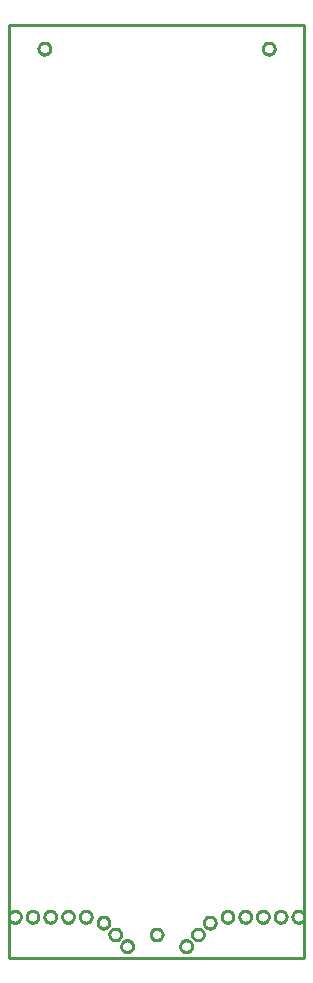
<source format=gbr>
G04 EAGLE Gerber RS-274X export*
G75*
%MOMM*%
%FSLAX34Y34*%
%LPD*%
%IN*%
%IPPOS*%
%AMOC8*
5,1,8,0,0,1.08239X$1,22.5*%
G01*
%ADD10C,0.254000*%


D10*
X0Y0D02*
X250000Y0D01*
X250000Y790000D01*
X0Y790000D01*
X0Y0D01*
X35000Y769719D02*
X34937Y769161D01*
X34812Y768614D01*
X34627Y768084D01*
X34383Y767578D01*
X34084Y767102D01*
X33734Y766663D01*
X33337Y766266D01*
X32898Y765916D01*
X32422Y765617D01*
X31916Y765373D01*
X31386Y765188D01*
X30839Y765063D01*
X30281Y765000D01*
X29719Y765000D01*
X29161Y765063D01*
X28614Y765188D01*
X28084Y765373D01*
X27578Y765617D01*
X27102Y765916D01*
X26663Y766266D01*
X26266Y766663D01*
X25916Y767102D01*
X25617Y767578D01*
X25373Y768084D01*
X25188Y768614D01*
X25063Y769161D01*
X25000Y769719D01*
X25000Y770281D01*
X25063Y770839D01*
X25188Y771386D01*
X25373Y771916D01*
X25617Y772422D01*
X25916Y772898D01*
X26266Y773337D01*
X26663Y773734D01*
X27102Y774084D01*
X27578Y774383D01*
X28084Y774627D01*
X28614Y774812D01*
X29161Y774937D01*
X29719Y775000D01*
X30281Y775000D01*
X30839Y774937D01*
X31386Y774812D01*
X31916Y774627D01*
X32422Y774383D01*
X32898Y774084D01*
X33337Y773734D01*
X33734Y773337D01*
X34084Y772898D01*
X34383Y772422D01*
X34627Y771916D01*
X34812Y771386D01*
X34937Y770839D01*
X35000Y770281D01*
X35000Y769719D01*
X225000Y769719D02*
X224937Y769161D01*
X224812Y768614D01*
X224627Y768084D01*
X224383Y767578D01*
X224084Y767102D01*
X223734Y766663D01*
X223337Y766266D01*
X222898Y765916D01*
X222422Y765617D01*
X221916Y765373D01*
X221386Y765188D01*
X220839Y765063D01*
X220281Y765000D01*
X219719Y765000D01*
X219161Y765063D01*
X218614Y765188D01*
X218084Y765373D01*
X217578Y765617D01*
X217102Y765916D01*
X216663Y766266D01*
X216266Y766663D01*
X215916Y767102D01*
X215617Y767578D01*
X215373Y768084D01*
X215188Y768614D01*
X215063Y769161D01*
X215000Y769719D01*
X215000Y770281D01*
X215063Y770839D01*
X215188Y771386D01*
X215373Y771916D01*
X215617Y772422D01*
X215916Y772898D01*
X216266Y773337D01*
X216663Y773734D01*
X217102Y774084D01*
X217578Y774383D01*
X218084Y774627D01*
X218614Y774812D01*
X219161Y774937D01*
X219719Y775000D01*
X220281Y775000D01*
X220839Y774937D01*
X221386Y774812D01*
X221916Y774627D01*
X222422Y774383D01*
X222898Y774084D01*
X223337Y773734D01*
X223734Y773337D01*
X224084Y772898D01*
X224383Y772422D01*
X224627Y771916D01*
X224812Y771386D01*
X224937Y770839D01*
X225000Y770281D01*
X225000Y769719D01*
X130000Y19719D02*
X129937Y19161D01*
X129812Y18614D01*
X129627Y18084D01*
X129383Y17578D01*
X129084Y17102D01*
X128734Y16663D01*
X128337Y16266D01*
X127898Y15916D01*
X127422Y15617D01*
X126916Y15373D01*
X126386Y15188D01*
X125839Y15063D01*
X125281Y15000D01*
X124719Y15000D01*
X124161Y15063D01*
X123614Y15188D01*
X123084Y15373D01*
X122578Y15617D01*
X122102Y15916D01*
X121663Y16266D01*
X121266Y16663D01*
X120916Y17102D01*
X120617Y17578D01*
X120373Y18084D01*
X120188Y18614D01*
X120063Y19161D01*
X120000Y19719D01*
X120000Y20281D01*
X120063Y20839D01*
X120188Y21386D01*
X120373Y21916D01*
X120617Y22422D01*
X120916Y22898D01*
X121266Y23337D01*
X121663Y23734D01*
X122102Y24084D01*
X122578Y24383D01*
X123084Y24627D01*
X123614Y24812D01*
X124161Y24937D01*
X124719Y25000D01*
X125281Y25000D01*
X125839Y24937D01*
X126386Y24812D01*
X126916Y24627D01*
X127422Y24383D01*
X127898Y24084D01*
X128337Y23734D01*
X128734Y23337D01*
X129084Y22898D01*
X129383Y22422D01*
X129627Y21916D01*
X129812Y21386D01*
X129937Y20839D01*
X130000Y20281D01*
X130000Y19719D01*
X10000Y34719D02*
X9937Y34161D01*
X9812Y33614D01*
X9627Y33084D01*
X9383Y32578D01*
X9084Y32102D01*
X8734Y31663D01*
X8337Y31266D01*
X7898Y30916D01*
X7422Y30617D01*
X6916Y30373D01*
X6386Y30188D01*
X5839Y30063D01*
X5281Y30000D01*
X4719Y30000D01*
X4161Y30063D01*
X3614Y30188D01*
X3084Y30373D01*
X2578Y30617D01*
X2102Y30916D01*
X1663Y31266D01*
X1266Y31663D01*
X916Y32102D01*
X617Y32578D01*
X373Y33084D01*
X188Y33614D01*
X63Y34161D01*
X0Y34719D01*
X0Y35281D01*
X63Y35839D01*
X188Y36386D01*
X373Y36916D01*
X617Y37422D01*
X916Y37898D01*
X1266Y38337D01*
X1663Y38734D01*
X2102Y39084D01*
X2578Y39383D01*
X3084Y39627D01*
X3614Y39812D01*
X4161Y39937D01*
X4719Y40000D01*
X5281Y40000D01*
X5839Y39937D01*
X6386Y39812D01*
X6916Y39627D01*
X7422Y39383D01*
X7898Y39084D01*
X8337Y38734D01*
X8734Y38337D01*
X9084Y37898D01*
X9383Y37422D01*
X9627Y36916D01*
X9812Y36386D01*
X9937Y35839D01*
X10000Y35281D01*
X10000Y34719D01*
X25000Y34719D02*
X24937Y34161D01*
X24812Y33614D01*
X24627Y33084D01*
X24383Y32578D01*
X24084Y32102D01*
X23734Y31663D01*
X23337Y31266D01*
X22898Y30916D01*
X22422Y30617D01*
X21916Y30373D01*
X21386Y30188D01*
X20839Y30063D01*
X20281Y30000D01*
X19719Y30000D01*
X19161Y30063D01*
X18614Y30188D01*
X18084Y30373D01*
X17578Y30617D01*
X17102Y30916D01*
X16663Y31266D01*
X16266Y31663D01*
X15916Y32102D01*
X15617Y32578D01*
X15373Y33084D01*
X15188Y33614D01*
X15063Y34161D01*
X15000Y34719D01*
X15000Y35281D01*
X15063Y35839D01*
X15188Y36386D01*
X15373Y36916D01*
X15617Y37422D01*
X15916Y37898D01*
X16266Y38337D01*
X16663Y38734D01*
X17102Y39084D01*
X17578Y39383D01*
X18084Y39627D01*
X18614Y39812D01*
X19161Y39937D01*
X19719Y40000D01*
X20281Y40000D01*
X20839Y39937D01*
X21386Y39812D01*
X21916Y39627D01*
X22422Y39383D01*
X22898Y39084D01*
X23337Y38734D01*
X23734Y38337D01*
X24084Y37898D01*
X24383Y37422D01*
X24627Y36916D01*
X24812Y36386D01*
X24937Y35839D01*
X25000Y35281D01*
X25000Y34719D01*
X40000Y34719D02*
X39937Y34161D01*
X39812Y33614D01*
X39627Y33084D01*
X39383Y32578D01*
X39084Y32102D01*
X38734Y31663D01*
X38337Y31266D01*
X37898Y30916D01*
X37422Y30617D01*
X36916Y30373D01*
X36386Y30188D01*
X35839Y30063D01*
X35281Y30000D01*
X34719Y30000D01*
X34161Y30063D01*
X33614Y30188D01*
X33084Y30373D01*
X32578Y30617D01*
X32102Y30916D01*
X31663Y31266D01*
X31266Y31663D01*
X30916Y32102D01*
X30617Y32578D01*
X30373Y33084D01*
X30188Y33614D01*
X30063Y34161D01*
X30000Y34719D01*
X30000Y35281D01*
X30063Y35839D01*
X30188Y36386D01*
X30373Y36916D01*
X30617Y37422D01*
X30916Y37898D01*
X31266Y38337D01*
X31663Y38734D01*
X32102Y39084D01*
X32578Y39383D01*
X33084Y39627D01*
X33614Y39812D01*
X34161Y39937D01*
X34719Y40000D01*
X35281Y40000D01*
X35839Y39937D01*
X36386Y39812D01*
X36916Y39627D01*
X37422Y39383D01*
X37898Y39084D01*
X38337Y38734D01*
X38734Y38337D01*
X39084Y37898D01*
X39383Y37422D01*
X39627Y36916D01*
X39812Y36386D01*
X39937Y35839D01*
X40000Y35281D01*
X40000Y34719D01*
X55000Y34719D02*
X54937Y34161D01*
X54812Y33614D01*
X54627Y33084D01*
X54383Y32578D01*
X54084Y32102D01*
X53734Y31663D01*
X53337Y31266D01*
X52898Y30916D01*
X52422Y30617D01*
X51916Y30373D01*
X51386Y30188D01*
X50839Y30063D01*
X50281Y30000D01*
X49719Y30000D01*
X49161Y30063D01*
X48614Y30188D01*
X48084Y30373D01*
X47578Y30617D01*
X47102Y30916D01*
X46663Y31266D01*
X46266Y31663D01*
X45916Y32102D01*
X45617Y32578D01*
X45373Y33084D01*
X45188Y33614D01*
X45063Y34161D01*
X45000Y34719D01*
X45000Y35281D01*
X45063Y35839D01*
X45188Y36386D01*
X45373Y36916D01*
X45617Y37422D01*
X45916Y37898D01*
X46266Y38337D01*
X46663Y38734D01*
X47102Y39084D01*
X47578Y39383D01*
X48084Y39627D01*
X48614Y39812D01*
X49161Y39937D01*
X49719Y40000D01*
X50281Y40000D01*
X50839Y39937D01*
X51386Y39812D01*
X51916Y39627D01*
X52422Y39383D01*
X52898Y39084D01*
X53337Y38734D01*
X53734Y38337D01*
X54084Y37898D01*
X54383Y37422D01*
X54627Y36916D01*
X54812Y36386D01*
X54937Y35839D01*
X55000Y35281D01*
X55000Y34719D01*
X70000Y34719D02*
X69937Y34161D01*
X69812Y33614D01*
X69627Y33084D01*
X69383Y32578D01*
X69084Y32102D01*
X68734Y31663D01*
X68337Y31266D01*
X67898Y30916D01*
X67422Y30617D01*
X66916Y30373D01*
X66386Y30188D01*
X65839Y30063D01*
X65281Y30000D01*
X64719Y30000D01*
X64161Y30063D01*
X63614Y30188D01*
X63084Y30373D01*
X62578Y30617D01*
X62102Y30916D01*
X61663Y31266D01*
X61266Y31663D01*
X60916Y32102D01*
X60617Y32578D01*
X60373Y33084D01*
X60188Y33614D01*
X60063Y34161D01*
X60000Y34719D01*
X60000Y35281D01*
X60063Y35839D01*
X60188Y36386D01*
X60373Y36916D01*
X60617Y37422D01*
X60916Y37898D01*
X61266Y38337D01*
X61663Y38734D01*
X62102Y39084D01*
X62578Y39383D01*
X63084Y39627D01*
X63614Y39812D01*
X64161Y39937D01*
X64719Y40000D01*
X65281Y40000D01*
X65839Y39937D01*
X66386Y39812D01*
X66916Y39627D01*
X67422Y39383D01*
X67898Y39084D01*
X68337Y38734D01*
X68734Y38337D01*
X69084Y37898D01*
X69383Y37422D01*
X69627Y36916D01*
X69812Y36386D01*
X69937Y35839D01*
X70000Y35281D01*
X70000Y34719D01*
X85000Y29719D02*
X84937Y29161D01*
X84812Y28614D01*
X84627Y28084D01*
X84383Y27578D01*
X84084Y27102D01*
X83734Y26663D01*
X83337Y26266D01*
X82898Y25916D01*
X82422Y25617D01*
X81916Y25373D01*
X81386Y25188D01*
X80839Y25063D01*
X80281Y25000D01*
X79719Y25000D01*
X79161Y25063D01*
X78614Y25188D01*
X78084Y25373D01*
X77578Y25617D01*
X77102Y25916D01*
X76663Y26266D01*
X76266Y26663D01*
X75916Y27102D01*
X75617Y27578D01*
X75373Y28084D01*
X75188Y28614D01*
X75063Y29161D01*
X75000Y29719D01*
X75000Y30281D01*
X75063Y30839D01*
X75188Y31386D01*
X75373Y31916D01*
X75617Y32422D01*
X75916Y32898D01*
X76266Y33337D01*
X76663Y33734D01*
X77102Y34084D01*
X77578Y34383D01*
X78084Y34627D01*
X78614Y34812D01*
X79161Y34937D01*
X79719Y35000D01*
X80281Y35000D01*
X80839Y34937D01*
X81386Y34812D01*
X81916Y34627D01*
X82422Y34383D01*
X82898Y34084D01*
X83337Y33734D01*
X83734Y33337D01*
X84084Y32898D01*
X84383Y32422D01*
X84627Y31916D01*
X84812Y31386D01*
X84937Y30839D01*
X85000Y30281D01*
X85000Y29719D01*
X95000Y19719D02*
X94937Y19161D01*
X94812Y18614D01*
X94627Y18084D01*
X94383Y17578D01*
X94084Y17102D01*
X93734Y16663D01*
X93337Y16266D01*
X92898Y15916D01*
X92422Y15617D01*
X91916Y15373D01*
X91386Y15188D01*
X90839Y15063D01*
X90281Y15000D01*
X89719Y15000D01*
X89161Y15063D01*
X88614Y15188D01*
X88084Y15373D01*
X87578Y15617D01*
X87102Y15916D01*
X86663Y16266D01*
X86266Y16663D01*
X85916Y17102D01*
X85617Y17578D01*
X85373Y18084D01*
X85188Y18614D01*
X85063Y19161D01*
X85000Y19719D01*
X85000Y20281D01*
X85063Y20839D01*
X85188Y21386D01*
X85373Y21916D01*
X85617Y22422D01*
X85916Y22898D01*
X86266Y23337D01*
X86663Y23734D01*
X87102Y24084D01*
X87578Y24383D01*
X88084Y24627D01*
X88614Y24812D01*
X89161Y24937D01*
X89719Y25000D01*
X90281Y25000D01*
X90839Y24937D01*
X91386Y24812D01*
X91916Y24627D01*
X92422Y24383D01*
X92898Y24084D01*
X93337Y23734D01*
X93734Y23337D01*
X94084Y22898D01*
X94383Y22422D01*
X94627Y21916D01*
X94812Y21386D01*
X94937Y20839D01*
X95000Y20281D01*
X95000Y19719D01*
X105000Y9719D02*
X104937Y9161D01*
X104812Y8614D01*
X104627Y8084D01*
X104383Y7578D01*
X104084Y7102D01*
X103734Y6663D01*
X103337Y6266D01*
X102898Y5916D01*
X102422Y5617D01*
X101916Y5373D01*
X101386Y5188D01*
X100839Y5063D01*
X100281Y5000D01*
X99719Y5000D01*
X99161Y5063D01*
X98614Y5188D01*
X98084Y5373D01*
X97578Y5617D01*
X97102Y5916D01*
X96663Y6266D01*
X96266Y6663D01*
X95916Y7102D01*
X95617Y7578D01*
X95373Y8084D01*
X95188Y8614D01*
X95063Y9161D01*
X95000Y9719D01*
X95000Y10281D01*
X95063Y10839D01*
X95188Y11386D01*
X95373Y11916D01*
X95617Y12422D01*
X95916Y12898D01*
X96266Y13337D01*
X96663Y13734D01*
X97102Y14084D01*
X97578Y14383D01*
X98084Y14627D01*
X98614Y14812D01*
X99161Y14937D01*
X99719Y15000D01*
X100281Y15000D01*
X100839Y14937D01*
X101386Y14812D01*
X101916Y14627D01*
X102422Y14383D01*
X102898Y14084D01*
X103337Y13734D01*
X103734Y13337D01*
X104084Y12898D01*
X104383Y12422D01*
X104627Y11916D01*
X104812Y11386D01*
X104937Y10839D01*
X105000Y10281D01*
X105000Y9719D01*
X250000Y34719D02*
X249937Y34161D01*
X249812Y33614D01*
X249627Y33084D01*
X249383Y32578D01*
X249084Y32102D01*
X248734Y31663D01*
X248337Y31266D01*
X247898Y30916D01*
X247422Y30617D01*
X246916Y30373D01*
X246386Y30188D01*
X245839Y30063D01*
X245281Y30000D01*
X244719Y30000D01*
X244161Y30063D01*
X243614Y30188D01*
X243084Y30373D01*
X242578Y30617D01*
X242102Y30916D01*
X241663Y31266D01*
X241266Y31663D01*
X240916Y32102D01*
X240617Y32578D01*
X240373Y33084D01*
X240188Y33614D01*
X240063Y34161D01*
X240000Y34719D01*
X240000Y35281D01*
X240063Y35839D01*
X240188Y36386D01*
X240373Y36916D01*
X240617Y37422D01*
X240916Y37898D01*
X241266Y38337D01*
X241663Y38734D01*
X242102Y39084D01*
X242578Y39383D01*
X243084Y39627D01*
X243614Y39812D01*
X244161Y39937D01*
X244719Y40000D01*
X245281Y40000D01*
X245839Y39937D01*
X246386Y39812D01*
X246916Y39627D01*
X247422Y39383D01*
X247898Y39084D01*
X248337Y38734D01*
X248734Y38337D01*
X249084Y37898D01*
X249383Y37422D01*
X249627Y36916D01*
X249812Y36386D01*
X249937Y35839D01*
X250000Y35281D01*
X250000Y34719D01*
X235000Y34719D02*
X234937Y34161D01*
X234812Y33614D01*
X234627Y33084D01*
X234383Y32578D01*
X234084Y32102D01*
X233734Y31663D01*
X233337Y31266D01*
X232898Y30916D01*
X232422Y30617D01*
X231916Y30373D01*
X231386Y30188D01*
X230839Y30063D01*
X230281Y30000D01*
X229719Y30000D01*
X229161Y30063D01*
X228614Y30188D01*
X228084Y30373D01*
X227578Y30617D01*
X227102Y30916D01*
X226663Y31266D01*
X226266Y31663D01*
X225916Y32102D01*
X225617Y32578D01*
X225373Y33084D01*
X225188Y33614D01*
X225063Y34161D01*
X225000Y34719D01*
X225000Y35281D01*
X225063Y35839D01*
X225188Y36386D01*
X225373Y36916D01*
X225617Y37422D01*
X225916Y37898D01*
X226266Y38337D01*
X226663Y38734D01*
X227102Y39084D01*
X227578Y39383D01*
X228084Y39627D01*
X228614Y39812D01*
X229161Y39937D01*
X229719Y40000D01*
X230281Y40000D01*
X230839Y39937D01*
X231386Y39812D01*
X231916Y39627D01*
X232422Y39383D01*
X232898Y39084D01*
X233337Y38734D01*
X233734Y38337D01*
X234084Y37898D01*
X234383Y37422D01*
X234627Y36916D01*
X234812Y36386D01*
X234937Y35839D01*
X235000Y35281D01*
X235000Y34719D01*
X220000Y34719D02*
X219937Y34161D01*
X219812Y33614D01*
X219627Y33084D01*
X219383Y32578D01*
X219084Y32102D01*
X218734Y31663D01*
X218337Y31266D01*
X217898Y30916D01*
X217422Y30617D01*
X216916Y30373D01*
X216386Y30188D01*
X215839Y30063D01*
X215281Y30000D01*
X214719Y30000D01*
X214161Y30063D01*
X213614Y30188D01*
X213084Y30373D01*
X212578Y30617D01*
X212102Y30916D01*
X211663Y31266D01*
X211266Y31663D01*
X210916Y32102D01*
X210617Y32578D01*
X210373Y33084D01*
X210188Y33614D01*
X210063Y34161D01*
X210000Y34719D01*
X210000Y35281D01*
X210063Y35839D01*
X210188Y36386D01*
X210373Y36916D01*
X210617Y37422D01*
X210916Y37898D01*
X211266Y38337D01*
X211663Y38734D01*
X212102Y39084D01*
X212578Y39383D01*
X213084Y39627D01*
X213614Y39812D01*
X214161Y39937D01*
X214719Y40000D01*
X215281Y40000D01*
X215839Y39937D01*
X216386Y39812D01*
X216916Y39627D01*
X217422Y39383D01*
X217898Y39084D01*
X218337Y38734D01*
X218734Y38337D01*
X219084Y37898D01*
X219383Y37422D01*
X219627Y36916D01*
X219812Y36386D01*
X219937Y35839D01*
X220000Y35281D01*
X220000Y34719D01*
X205000Y34719D02*
X204937Y34161D01*
X204812Y33614D01*
X204627Y33084D01*
X204383Y32578D01*
X204084Y32102D01*
X203734Y31663D01*
X203337Y31266D01*
X202898Y30916D01*
X202422Y30617D01*
X201916Y30373D01*
X201386Y30188D01*
X200839Y30063D01*
X200281Y30000D01*
X199719Y30000D01*
X199161Y30063D01*
X198614Y30188D01*
X198084Y30373D01*
X197578Y30617D01*
X197102Y30916D01*
X196663Y31266D01*
X196266Y31663D01*
X195916Y32102D01*
X195617Y32578D01*
X195373Y33084D01*
X195188Y33614D01*
X195063Y34161D01*
X195000Y34719D01*
X195000Y35281D01*
X195063Y35839D01*
X195188Y36386D01*
X195373Y36916D01*
X195617Y37422D01*
X195916Y37898D01*
X196266Y38337D01*
X196663Y38734D01*
X197102Y39084D01*
X197578Y39383D01*
X198084Y39627D01*
X198614Y39812D01*
X199161Y39937D01*
X199719Y40000D01*
X200281Y40000D01*
X200839Y39937D01*
X201386Y39812D01*
X201916Y39627D01*
X202422Y39383D01*
X202898Y39084D01*
X203337Y38734D01*
X203734Y38337D01*
X204084Y37898D01*
X204383Y37422D01*
X204627Y36916D01*
X204812Y36386D01*
X204937Y35839D01*
X205000Y35281D01*
X205000Y34719D01*
X190000Y34719D02*
X189937Y34161D01*
X189812Y33614D01*
X189627Y33084D01*
X189383Y32578D01*
X189084Y32102D01*
X188734Y31663D01*
X188337Y31266D01*
X187898Y30916D01*
X187422Y30617D01*
X186916Y30373D01*
X186386Y30188D01*
X185839Y30063D01*
X185281Y30000D01*
X184719Y30000D01*
X184161Y30063D01*
X183614Y30188D01*
X183084Y30373D01*
X182578Y30617D01*
X182102Y30916D01*
X181663Y31266D01*
X181266Y31663D01*
X180916Y32102D01*
X180617Y32578D01*
X180373Y33084D01*
X180188Y33614D01*
X180063Y34161D01*
X180000Y34719D01*
X180000Y35281D01*
X180063Y35839D01*
X180188Y36386D01*
X180373Y36916D01*
X180617Y37422D01*
X180916Y37898D01*
X181266Y38337D01*
X181663Y38734D01*
X182102Y39084D01*
X182578Y39383D01*
X183084Y39627D01*
X183614Y39812D01*
X184161Y39937D01*
X184719Y40000D01*
X185281Y40000D01*
X185839Y39937D01*
X186386Y39812D01*
X186916Y39627D01*
X187422Y39383D01*
X187898Y39084D01*
X188337Y38734D01*
X188734Y38337D01*
X189084Y37898D01*
X189383Y37422D01*
X189627Y36916D01*
X189812Y36386D01*
X189937Y35839D01*
X190000Y35281D01*
X190000Y34719D01*
X155000Y9719D02*
X154937Y9161D01*
X154812Y8614D01*
X154627Y8084D01*
X154383Y7578D01*
X154084Y7102D01*
X153734Y6663D01*
X153337Y6266D01*
X152898Y5916D01*
X152422Y5617D01*
X151916Y5373D01*
X151386Y5188D01*
X150839Y5063D01*
X150281Y5000D01*
X149719Y5000D01*
X149161Y5063D01*
X148614Y5188D01*
X148084Y5373D01*
X147578Y5617D01*
X147102Y5916D01*
X146663Y6266D01*
X146266Y6663D01*
X145916Y7102D01*
X145617Y7578D01*
X145373Y8084D01*
X145188Y8614D01*
X145063Y9161D01*
X145000Y9719D01*
X145000Y10281D01*
X145063Y10839D01*
X145188Y11386D01*
X145373Y11916D01*
X145617Y12422D01*
X145916Y12898D01*
X146266Y13337D01*
X146663Y13734D01*
X147102Y14084D01*
X147578Y14383D01*
X148084Y14627D01*
X148614Y14812D01*
X149161Y14937D01*
X149719Y15000D01*
X150281Y15000D01*
X150839Y14937D01*
X151386Y14812D01*
X151916Y14627D01*
X152422Y14383D01*
X152898Y14084D01*
X153337Y13734D01*
X153734Y13337D01*
X154084Y12898D01*
X154383Y12422D01*
X154627Y11916D01*
X154812Y11386D01*
X154937Y10839D01*
X155000Y10281D01*
X155000Y9719D01*
X165000Y19719D02*
X164937Y19161D01*
X164812Y18614D01*
X164627Y18084D01*
X164383Y17578D01*
X164084Y17102D01*
X163734Y16663D01*
X163337Y16266D01*
X162898Y15916D01*
X162422Y15617D01*
X161916Y15373D01*
X161386Y15188D01*
X160839Y15063D01*
X160281Y15000D01*
X159719Y15000D01*
X159161Y15063D01*
X158614Y15188D01*
X158084Y15373D01*
X157578Y15617D01*
X157102Y15916D01*
X156663Y16266D01*
X156266Y16663D01*
X155916Y17102D01*
X155617Y17578D01*
X155373Y18084D01*
X155188Y18614D01*
X155063Y19161D01*
X155000Y19719D01*
X155000Y20281D01*
X155063Y20839D01*
X155188Y21386D01*
X155373Y21916D01*
X155617Y22422D01*
X155916Y22898D01*
X156266Y23337D01*
X156663Y23734D01*
X157102Y24084D01*
X157578Y24383D01*
X158084Y24627D01*
X158614Y24812D01*
X159161Y24937D01*
X159719Y25000D01*
X160281Y25000D01*
X160839Y24937D01*
X161386Y24812D01*
X161916Y24627D01*
X162422Y24383D01*
X162898Y24084D01*
X163337Y23734D01*
X163734Y23337D01*
X164084Y22898D01*
X164383Y22422D01*
X164627Y21916D01*
X164812Y21386D01*
X164937Y20839D01*
X165000Y20281D01*
X165000Y19719D01*
X175000Y29719D02*
X174937Y29161D01*
X174812Y28614D01*
X174627Y28084D01*
X174383Y27578D01*
X174084Y27102D01*
X173734Y26663D01*
X173337Y26266D01*
X172898Y25916D01*
X172422Y25617D01*
X171916Y25373D01*
X171386Y25188D01*
X170839Y25063D01*
X170281Y25000D01*
X169719Y25000D01*
X169161Y25063D01*
X168614Y25188D01*
X168084Y25373D01*
X167578Y25617D01*
X167102Y25916D01*
X166663Y26266D01*
X166266Y26663D01*
X165916Y27102D01*
X165617Y27578D01*
X165373Y28084D01*
X165188Y28614D01*
X165063Y29161D01*
X165000Y29719D01*
X165000Y30281D01*
X165063Y30839D01*
X165188Y31386D01*
X165373Y31916D01*
X165617Y32422D01*
X165916Y32898D01*
X166266Y33337D01*
X166663Y33734D01*
X167102Y34084D01*
X167578Y34383D01*
X168084Y34627D01*
X168614Y34812D01*
X169161Y34937D01*
X169719Y35000D01*
X170281Y35000D01*
X170839Y34937D01*
X171386Y34812D01*
X171916Y34627D01*
X172422Y34383D01*
X172898Y34084D01*
X173337Y33734D01*
X173734Y33337D01*
X174084Y32898D01*
X174383Y32422D01*
X174627Y31916D01*
X174812Y31386D01*
X174937Y30839D01*
X175000Y30281D01*
X175000Y29719D01*
M02*

</source>
